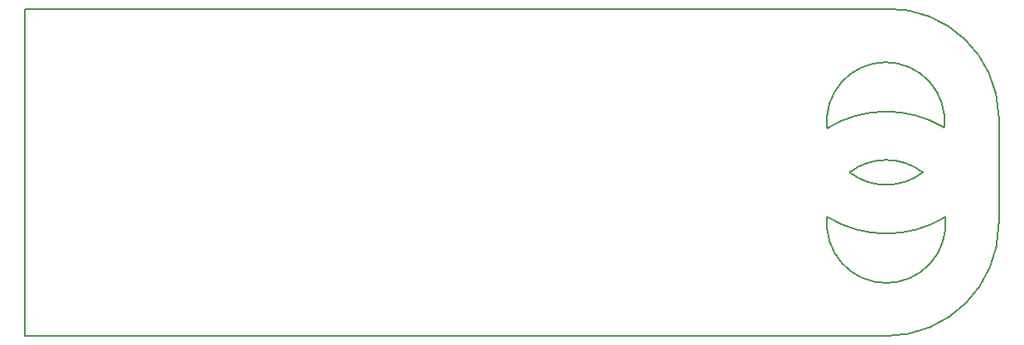
<source format=gbr>
G04 #@! TF.GenerationSoftware,KiCad,Pcbnew,8.0.0*
G04 #@! TF.CreationDate,2024-04-11T14:56:04-06:00*
G04 #@! TF.ProjectId,dual_loop_probe_groundfix,6475616c-5f6c-46f6-9f70-5f70726f6265,rev?*
G04 #@! TF.SameCoordinates,Original*
G04 #@! TF.FileFunction,Profile,NP*
%FSLAX46Y46*%
G04 Gerber Fmt 4.6, Leading zero omitted, Abs format (unit mm)*
G04 Created by KiCad (PCBNEW 8.0.0) date 2024-04-11 14:56:04*
%MOMM*%
%LPD*%
G01*
G04 APERTURE LIST*
G04 #@! TA.AperFunction,Profile*
%ADD10C,0.150000*%
G04 #@! TD*
G04 APERTURE END LIST*
D10*
X181000000Y-74000000D02*
X93000000Y-74000000D01*
X192500000Y-96000000D02*
G75*
G02*
X181000000Y-107500000I-11500000J0D01*
G01*
X184749999Y-90749999D02*
G75*
G02*
X177250001Y-90749999I-3749999J4887092D01*
G01*
X192500000Y-85000000D02*
X192500000Y-96000000D01*
X174970017Y-86233734D02*
G75*
G02*
X186932792Y-86169397I6034083J-9765966D01*
G01*
X187030804Y-95321790D02*
G75*
G02*
X174970847Y-95307361I-6018204J9848690D01*
G01*
X174970017Y-86233734D02*
G75*
G02*
X186932815Y-86169359I5977623J733964D01*
G01*
X177250001Y-90750001D02*
G75*
G02*
X184749999Y-90750001I3749999J-4887092D01*
G01*
X181000000Y-107500000D02*
X93000000Y-107500000D01*
X93000000Y-107500000D02*
X93000000Y-74000000D01*
X187030804Y-95321791D02*
G75*
G02*
X174970834Y-95307384I-6030804J-678209D01*
G01*
X181000000Y-74000000D02*
G75*
G02*
X192500000Y-85000000I250000J-11250000D01*
G01*
M02*

</source>
